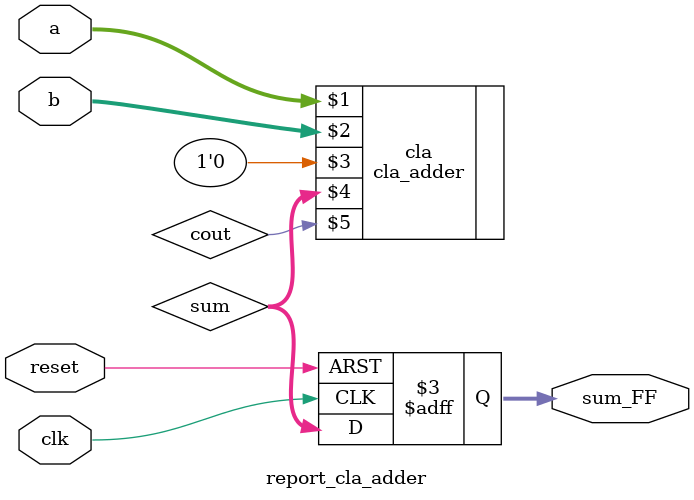
<source format=v>
`timescale 1ns / 1ps


module report_cla_adder(
        input [31: 0] a,
        input [31: 0] b,
        input clk,
        input reset,
        output reg[31: 0] sum_FF
    );
    wire [31: 0] sum;
    wire cout;
    
    cla_adder #(32) cla(a, b, 1'b0, sum, cout);
    
    always @(posedge clk or negedge reset) begin
    if(!reset) sum_FF <= 0;
    else sum_FF <= sum;
    end
endmodule

</source>
